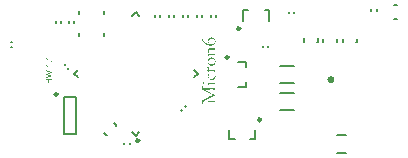
<source format=gto>
G04*
G04 #@! TF.GenerationSoftware,Altium Limited,Altium Designer,21.8.1 (53)*
G04*
G04 Layer_Color=65535*
%FSLAX24Y24*%
%MOIN*%
G70*
G04*
G04 #@! TF.SameCoordinates,95809A84-84CF-4DA7-BFB4-83C52BA3911F*
G04*
G04*
G04 #@! TF.FilePolarity,Positive*
G04*
G01*
G75*
%ADD10C,0.0098*%
%ADD11C,0.0039*%
%ADD12C,0.0236*%
%ADD13C,0.0079*%
G36*
X7478Y-1383D02*
X7487Y-1384D01*
X7498Y-1386D01*
X7510Y-1389D01*
X7522Y-1394D01*
X7535Y-1400D01*
X7537Y-1400D01*
X7541Y-1402D01*
X7547Y-1407D01*
X7554Y-1412D01*
X7563Y-1419D01*
X7573Y-1427D01*
X7581Y-1437D01*
X7589Y-1448D01*
X7590Y-1449D01*
X7592Y-1453D01*
X7596Y-1459D01*
X7599Y-1467D01*
X7603Y-1478D01*
X7607Y-1489D01*
X7609Y-1502D01*
X7610Y-1516D01*
Y-1521D01*
X7609Y-1526D01*
X7608Y-1533D01*
X7607Y-1541D01*
X7605Y-1550D01*
X7602Y-1559D01*
X7598Y-1569D01*
X7597Y-1570D01*
X7596Y-1573D01*
X7593Y-1578D01*
X7589Y-1584D01*
X7584Y-1591D01*
X7578Y-1599D01*
X7572Y-1607D01*
X7564Y-1615D01*
X7563Y-1615D01*
X7559Y-1618D01*
X7555Y-1621D01*
X7548Y-1626D01*
X7540Y-1631D01*
X7530Y-1636D01*
X7520Y-1642D01*
X7508Y-1646D01*
X7508D01*
X7507Y-1647D01*
X7503Y-1647D01*
X7496Y-1650D01*
X7488Y-1652D01*
X7477Y-1654D01*
X7465Y-1655D01*
X7453Y-1657D01*
X7439Y-1658D01*
X7438D01*
X7438D01*
X7435D01*
X7433D01*
X7425Y-1657D01*
X7415Y-1656D01*
X7403Y-1655D01*
X7390Y-1653D01*
X7375Y-1651D01*
X7360Y-1647D01*
X7360D01*
X7358Y-1647D01*
X7356Y-1646D01*
X7353Y-1645D01*
X7345Y-1642D01*
X7335Y-1639D01*
X7323Y-1634D01*
X7309Y-1627D01*
X7295Y-1619D01*
X7281Y-1610D01*
X7280D01*
X7279Y-1609D01*
X7277Y-1607D01*
X7274Y-1605D01*
X7267Y-1599D01*
X7257Y-1591D01*
X7246Y-1581D01*
X7234Y-1569D01*
X7222Y-1554D01*
X7209Y-1538D01*
X7209Y-1537D01*
X7208Y-1536D01*
X7207Y-1534D01*
X7204Y-1530D01*
X7201Y-1526D01*
X7198Y-1520D01*
X7194Y-1514D01*
X7190Y-1507D01*
X7186Y-1499D01*
X7182Y-1491D01*
X7173Y-1472D01*
X7164Y-1450D01*
X7156Y-1427D01*
X7168Y-1421D01*
Y-1422D01*
X7169Y-1424D01*
X7170Y-1427D01*
X7172Y-1430D01*
X7174Y-1435D01*
X7176Y-1440D01*
X7182Y-1453D01*
X7190Y-1467D01*
X7199Y-1483D01*
X7209Y-1498D01*
X7220Y-1513D01*
Y-1513D01*
X7222Y-1514D01*
X7225Y-1518D01*
X7232Y-1525D01*
X7241Y-1534D01*
X7250Y-1542D01*
X7262Y-1552D01*
X7274Y-1561D01*
X7287Y-1570D01*
X7288D01*
X7289Y-1571D01*
X7293Y-1574D01*
X7301Y-1577D01*
X7309Y-1582D01*
X7320Y-1587D01*
X7332Y-1591D01*
X7345Y-1596D01*
X7358Y-1600D01*
X7359D01*
X7360D01*
X7364Y-1602D01*
X7371Y-1603D01*
X7380Y-1604D01*
X7390Y-1606D01*
X7402Y-1607D01*
X7414Y-1608D01*
X7426Y-1609D01*
X7427D01*
X7428D01*
X7431D01*
X7435D01*
X7440Y-1608D01*
X7445D01*
X7458Y-1607D01*
X7472Y-1605D01*
X7488Y-1602D01*
X7503Y-1598D01*
X7519Y-1593D01*
X7519D01*
X7520Y-1592D01*
X7522Y-1591D01*
X7525Y-1590D01*
X7532Y-1586D01*
X7540Y-1581D01*
X7550Y-1575D01*
X7559Y-1568D01*
X7568Y-1560D01*
X7576Y-1551D01*
X7577Y-1550D01*
X7579Y-1547D01*
X7582Y-1542D01*
X7585Y-1535D01*
X7589Y-1528D01*
X7591Y-1520D01*
X7594Y-1511D01*
X7594Y-1502D01*
Y-1499D01*
X7594Y-1495D01*
X7593Y-1490D01*
X7591Y-1484D01*
X7590Y-1478D01*
X7587Y-1470D01*
X7583Y-1464D01*
X7583Y-1463D01*
X7581Y-1461D01*
X7578Y-1457D01*
X7575Y-1454D01*
X7570Y-1448D01*
X7564Y-1444D01*
X7557Y-1440D01*
X7549Y-1435D01*
X7548Y-1435D01*
X7545Y-1434D01*
X7540Y-1432D01*
X7534Y-1429D01*
X7527Y-1428D01*
X7517Y-1426D01*
X7507Y-1425D01*
X7496Y-1424D01*
X7495D01*
X7494D01*
X7490D01*
X7484Y-1425D01*
X7476Y-1426D01*
X7466Y-1427D01*
X7455Y-1430D01*
X7444Y-1433D01*
X7433Y-1437D01*
X7432Y-1438D01*
X7428Y-1440D01*
X7423Y-1443D01*
X7416Y-1447D01*
X7408Y-1452D01*
X7400Y-1458D01*
X7393Y-1464D01*
X7386Y-1472D01*
X7385Y-1473D01*
X7383Y-1476D01*
X7380Y-1480D01*
X7376Y-1486D01*
X7373Y-1493D01*
X7371Y-1500D01*
X7368Y-1509D01*
X7368Y-1518D01*
Y-1519D01*
X7368Y-1522D01*
X7369Y-1528D01*
X7371Y-1535D01*
X7374Y-1544D01*
X7379Y-1554D01*
X7386Y-1566D01*
X7395Y-1579D01*
X7379Y-1578D01*
Y-1577D01*
X7379Y-1577D01*
X7376Y-1572D01*
X7371Y-1566D01*
X7366Y-1558D01*
X7356Y-1542D01*
X7352Y-1534D01*
X7349Y-1528D01*
Y-1527D01*
X7347Y-1525D01*
X7347Y-1522D01*
X7345Y-1518D01*
X7344Y-1513D01*
X7343Y-1506D01*
X7341Y-1499D01*
Y-1486D01*
X7342Y-1481D01*
X7344Y-1474D01*
X7346Y-1466D01*
X7349Y-1457D01*
X7353Y-1448D01*
X7359Y-1438D01*
X7360Y-1437D01*
X7362Y-1434D01*
X7366Y-1429D01*
X7371Y-1424D01*
X7378Y-1417D01*
X7386Y-1411D01*
X7395Y-1403D01*
X7406Y-1397D01*
X7407Y-1397D01*
X7411Y-1395D01*
X7416Y-1392D01*
X7424Y-1389D01*
X7433Y-1387D01*
X7443Y-1384D01*
X7454Y-1383D01*
X7465Y-1382D01*
X7466D01*
X7467D01*
X7471D01*
X7478Y-1383D01*
D02*
G37*
G36*
X7605Y-1706D02*
X7604Y-1709D01*
X7603Y-1715D01*
X7602Y-1723D01*
X7602Y-1731D01*
X7601Y-1741D01*
X7600Y-1752D01*
Y-1776D01*
X7601Y-1784D01*
Y-1794D01*
X7602Y-1806D01*
X7603Y-1819D01*
X7605Y-1833D01*
X7594D01*
Y-1832D01*
X7593Y-1828D01*
X7591Y-1823D01*
X7590Y-1817D01*
X7587Y-1811D01*
X7584Y-1804D01*
X7580Y-1798D01*
X7575Y-1795D01*
X7575D01*
X7573Y-1794D01*
X7570Y-1793D01*
X7565Y-1793D01*
X7559Y-1791D01*
X7551Y-1790D01*
X7540Y-1789D01*
X7528Y-1788D01*
X7527D01*
X7527D01*
X7522Y-1787D01*
X7516D01*
X7508Y-1787D01*
X7498D01*
X7489Y-1786D01*
X7480D01*
X7472D01*
X7470D01*
X7467D01*
X7462D01*
X7454D01*
X7447Y-1787D01*
X7438Y-1787D01*
X7430Y-1788D01*
X7423Y-1789D01*
X7422D01*
X7419Y-1790D01*
X7416Y-1790D01*
X7411Y-1791D01*
X7400Y-1795D01*
X7395Y-1799D01*
X7390Y-1803D01*
X7389Y-1803D01*
X7387Y-1805D01*
X7385Y-1808D01*
X7382Y-1811D01*
X7380Y-1817D01*
X7378Y-1823D01*
X7376Y-1830D01*
X7376Y-1839D01*
Y-1844D01*
X7376Y-1847D01*
X7377Y-1852D01*
X7378Y-1857D01*
X7379Y-1864D01*
X7381Y-1872D01*
Y-1873D01*
X7382Y-1876D01*
X7383Y-1881D01*
X7385Y-1887D01*
X7387Y-1894D01*
X7391Y-1903D01*
X7395Y-1913D01*
X7400Y-1924D01*
X7491Y-1926D01*
X7492D01*
X7493D01*
X7496D01*
X7500D01*
X7505D01*
X7510D01*
X7522D01*
X7535Y-1925D01*
X7548D01*
X7559D01*
X7564Y-1924D01*
X7567D01*
X7569D01*
X7572Y-1924D01*
X7576Y-1923D01*
X7580Y-1922D01*
X7581Y-1921D01*
X7582Y-1919D01*
X7584Y-1916D01*
X7587Y-1910D01*
Y-1909D01*
X7588Y-1908D01*
Y-1905D01*
X7589Y-1903D01*
X7589Y-1898D01*
X7591Y-1893D01*
X7591Y-1887D01*
X7592Y-1879D01*
X7604Y-1880D01*
Y-1881D01*
X7603Y-1886D01*
Y-1892D01*
X7602Y-1902D01*
Y-1904D01*
X7602Y-1908D01*
Y-1911D01*
X7601Y-1916D01*
X7600Y-1923D01*
Y-1930D01*
X7599Y-1938D01*
Y-2013D01*
X7589D01*
Y-2012D01*
X7589Y-2010D01*
X7588Y-2006D01*
X7587Y-2002D01*
X7585Y-1994D01*
X7584Y-1990D01*
X7583Y-1986D01*
Y-1986D01*
X7582Y-1985D01*
X7581Y-1982D01*
X7578Y-1978D01*
X7574Y-1975D01*
X7573Y-1975D01*
X7570Y-1974D01*
X7566Y-1973D01*
X7561Y-1971D01*
X7560D01*
X7557Y-1970D01*
X7554D01*
X7548Y-1970D01*
X7542Y-1969D01*
X7534Y-1968D01*
X7525Y-1967D01*
X7516D01*
X7514D01*
X7511D01*
X7505Y-1967D01*
X7498D01*
X7490D01*
X7481Y-1966D01*
X7460D01*
X7459D01*
X7459D01*
X7457D01*
X7454D01*
X7447D01*
X7439D01*
X7430Y-1967D01*
X7421Y-1967D01*
X7414Y-1968D01*
X7407Y-1969D01*
X7406D01*
X7405Y-1970D01*
X7403Y-1970D01*
X7400Y-1971D01*
X7394Y-1975D01*
X7391Y-1977D01*
X7390Y-1980D01*
Y-1981D01*
X7389Y-1981D01*
X7388Y-1983D01*
X7387Y-1986D01*
X7386Y-1991D01*
X7384Y-1996D01*
X7384Y-2002D01*
X7382Y-2010D01*
X7382D01*
X7380D01*
X7376Y-2011D01*
Y-2010D01*
X7376Y-2008D01*
X7375Y-2005D01*
X7373Y-2001D01*
X7371Y-1995D01*
X7369Y-1989D01*
X7366Y-1981D01*
X7363Y-1973D01*
X7362Y-1972D01*
X7361Y-1969D01*
X7359Y-1965D01*
X7357Y-1960D01*
X7355Y-1956D01*
X7352Y-1951D01*
X7351Y-1949D01*
X7350Y-1947D01*
Y-1946D01*
X7349Y-1945D01*
X7347Y-1940D01*
X7344Y-1935D01*
X7343Y-1933D01*
Y-1931D01*
X7344Y-1929D01*
X7347Y-1927D01*
X7349Y-1926D01*
X7353Y-1925D01*
X7354D01*
X7355D01*
X7357Y-1924D01*
X7361D01*
X7365D01*
X7371Y-1924D01*
X7378D01*
X7386D01*
Y-1923D01*
X7385Y-1922D01*
X7382Y-1917D01*
X7379Y-1911D01*
X7374Y-1902D01*
X7369Y-1892D01*
X7364Y-1882D01*
X7360Y-1872D01*
X7356Y-1862D01*
X7355Y-1861D01*
X7355Y-1858D01*
X7353Y-1854D01*
X7351Y-1848D01*
X7349Y-1841D01*
X7348Y-1833D01*
X7347Y-1825D01*
X7347Y-1816D01*
Y-1811D01*
X7347Y-1805D01*
X7348Y-1798D01*
X7350Y-1790D01*
X7352Y-1782D01*
X7356Y-1774D01*
X7361Y-1768D01*
X7362Y-1767D01*
X7364Y-1766D01*
X7367Y-1763D01*
X7371Y-1760D01*
X7376Y-1756D01*
X7382Y-1753D01*
X7390Y-1751D01*
X7397Y-1749D01*
X7398D01*
X7400Y-1748D01*
X7405Y-1747D01*
X7411Y-1747D01*
X7419D01*
X7428Y-1746D01*
X7439Y-1745D01*
X7451D01*
X7532D01*
X7532D01*
X7534D01*
X7536D01*
X7539D01*
X7547D01*
X7556Y-1744D01*
X7566D01*
X7574Y-1743D01*
X7578D01*
X7581Y-1742D01*
X7583Y-1741D01*
X7584Y-1741D01*
X7585Y-1740D01*
X7586Y-1738D01*
X7587Y-1736D01*
X7588Y-1733D01*
X7589Y-1729D01*
X7591Y-1724D01*
Y-1723D01*
X7591Y-1722D01*
Y-1719D01*
X7592Y-1716D01*
X7594Y-1710D01*
Y-1707D01*
X7594Y-1706D01*
X7605Y-1705D01*
Y-1706D01*
D02*
G37*
G36*
X7486Y-2052D02*
X7494Y-2053D01*
X7505Y-2056D01*
X7516Y-2059D01*
X7528Y-2063D01*
X7540Y-2069D01*
X7541Y-2070D01*
X7545Y-2072D01*
X7551Y-2075D01*
X7558Y-2081D01*
X7566Y-2088D01*
X7574Y-2096D01*
X7583Y-2105D01*
X7590Y-2116D01*
X7591Y-2118D01*
X7593Y-2121D01*
X7596Y-2128D01*
X7599Y-2137D01*
X7602Y-2147D01*
X7605Y-2159D01*
X7607Y-2172D01*
X7608Y-2187D01*
Y-2192D01*
X7607Y-2199D01*
X7607Y-2206D01*
X7605Y-2215D01*
X7602Y-2226D01*
X7599Y-2238D01*
X7595Y-2250D01*
X7594Y-2251D01*
X7593Y-2255D01*
X7589Y-2261D01*
X7585Y-2269D01*
X7579Y-2277D01*
X7572Y-2286D01*
X7563Y-2295D01*
X7553Y-2304D01*
X7551Y-2304D01*
X7548Y-2307D01*
X7541Y-2310D01*
X7532Y-2314D01*
X7521Y-2318D01*
X7508Y-2322D01*
X7494Y-2325D01*
X7477Y-2325D01*
X7476D01*
X7472D01*
X7466Y-2325D01*
X7459Y-2324D01*
X7451Y-2322D01*
X7441Y-2321D01*
X7433Y-2318D01*
X7423Y-2314D01*
X7422Y-2314D01*
X7419Y-2312D01*
X7414Y-2310D01*
X7408Y-2306D01*
X7402Y-2302D01*
X7395Y-2297D01*
X7387Y-2291D01*
X7381Y-2285D01*
X7380Y-2284D01*
X7378Y-2281D01*
X7375Y-2277D01*
X7371Y-2271D01*
X7366Y-2265D01*
X7362Y-2257D01*
X7357Y-2249D01*
X7354Y-2239D01*
X7353Y-2238D01*
X7352Y-2235D01*
X7351Y-2229D01*
X7349Y-2223D01*
X7347Y-2214D01*
X7345Y-2204D01*
X7344Y-2194D01*
X7344Y-2183D01*
Y-2179D01*
X7344Y-2174D01*
X7345Y-2166D01*
X7346Y-2159D01*
X7348Y-2150D01*
X7350Y-2141D01*
X7354Y-2132D01*
X7355Y-2131D01*
X7356Y-2128D01*
X7358Y-2123D01*
X7361Y-2118D01*
X7365Y-2112D01*
X7370Y-2105D01*
X7375Y-2097D01*
X7382Y-2091D01*
X7382Y-2090D01*
X7384Y-2088D01*
X7388Y-2084D01*
X7393Y-2080D01*
X7399Y-2075D01*
X7406Y-2071D01*
X7414Y-2067D01*
X7422Y-2062D01*
X7423Y-2061D01*
X7427Y-2061D01*
X7431Y-2059D01*
X7438Y-2056D01*
X7445Y-2055D01*
X7454Y-2053D01*
X7463Y-2052D01*
X7473Y-2051D01*
X7474D01*
X7475D01*
X7479D01*
X7486Y-2052D01*
D02*
G37*
G36*
X7376Y-2354D02*
X7379Y-2355D01*
X7383Y-2356D01*
X7387Y-2357D01*
X7390Y-2360D01*
X7394Y-2364D01*
Y-2365D01*
X7395Y-2366D01*
X7397Y-2368D01*
X7398Y-2371D01*
X7401Y-2379D01*
X7403Y-2390D01*
X7403D01*
X7401D01*
X7397Y-2391D01*
X7391Y-2392D01*
X7386Y-2396D01*
X7385Y-2397D01*
X7382Y-2400D01*
X7380Y-2405D01*
X7379Y-2411D01*
Y-2413D01*
X7380Y-2415D01*
Y-2418D01*
X7383Y-2426D01*
X7384Y-2430D01*
X7387Y-2435D01*
Y-2436D01*
X7389Y-2438D01*
X7390Y-2441D01*
X7392Y-2444D01*
X7396Y-2450D01*
X7400Y-2457D01*
X7402Y-2458D01*
X7405Y-2461D01*
X7409Y-2465D01*
X7414Y-2467D01*
X7414D01*
X7416Y-2468D01*
X7418D01*
X7422D01*
X7425Y-2468D01*
X7431D01*
X7438D01*
X7438D01*
X7440D01*
X7443D01*
X7446D01*
X7456Y-2469D01*
X7467D01*
X7478Y-2470D01*
X7487D01*
X7492Y-2470D01*
X7494D01*
X7497D01*
X7498D01*
X7499D01*
X7501D01*
X7505D01*
X7509D01*
X7514D01*
X7520Y-2470D01*
X7533D01*
X7548Y-2469D01*
X7561Y-2468D01*
X7567Y-2467D01*
X7573Y-2466D01*
X7577Y-2465D01*
X7581Y-2464D01*
X7581Y-2463D01*
X7583Y-2462D01*
X7586Y-2460D01*
X7587Y-2457D01*
Y-2454D01*
X7588Y-2450D01*
Y-2444D01*
X7587Y-2435D01*
X7586Y-2395D01*
X7600D01*
Y-2406D01*
X7601Y-2411D01*
Y-2428D01*
X7602Y-2437D01*
Y-2444D01*
X7605Y-2553D01*
X7594D01*
Y-2552D01*
X7594Y-2550D01*
X7593Y-2547D01*
X7592Y-2543D01*
X7591Y-2535D01*
X7589Y-2532D01*
X7589Y-2530D01*
X7588Y-2528D01*
X7585Y-2526D01*
X7581Y-2522D01*
X7577Y-2520D01*
X7573Y-2519D01*
X7572D01*
X7570Y-2518D01*
X7567Y-2517D01*
X7563Y-2516D01*
X7557Y-2515D01*
X7551Y-2513D01*
X7543Y-2513D01*
X7535Y-2512D01*
X7533D01*
X7529Y-2511D01*
X7524D01*
X7516Y-2511D01*
X7505D01*
X7491Y-2510D01*
X7476D01*
X7457D01*
X7457D01*
X7456D01*
X7454D01*
X7451D01*
X7443D01*
X7435Y-2511D01*
X7426Y-2511D01*
X7417Y-2512D01*
X7409Y-2513D01*
X7403Y-2515D01*
X7403D01*
X7401Y-2516D01*
X7399Y-2517D01*
X7396Y-2519D01*
X7394Y-2522D01*
X7392Y-2526D01*
X7390Y-2531D01*
X7390Y-2537D01*
Y-2543D01*
X7390Y-2551D01*
X7392Y-2558D01*
X7382Y-2557D01*
X7330Y-2468D01*
X7330D01*
X7333D01*
X7338Y-2468D01*
X7345D01*
X7354D01*
X7363Y-2467D01*
X7375D01*
X7388D01*
X7368Y-2431D01*
X7367Y-2430D01*
X7366Y-2430D01*
X7364Y-2426D01*
Y-2425D01*
X7363Y-2424D01*
X7362Y-2421D01*
X7360Y-2418D01*
X7359Y-2417D01*
X7357Y-2414D01*
X7355Y-2409D01*
X7350Y-2401D01*
Y-2400D01*
X7349Y-2399D01*
X7346Y-2395D01*
X7342Y-2389D01*
X7338Y-2383D01*
X7339Y-2380D01*
Y-2379D01*
X7341Y-2379D01*
X7343Y-2375D01*
Y-2374D01*
X7344Y-2374D01*
X7346Y-2369D01*
X7349Y-2364D01*
X7354Y-2359D01*
X7355Y-2358D01*
X7358Y-2356D01*
X7363Y-2354D01*
X7371Y-2353D01*
X7372D01*
X7373D01*
X7376Y-2354D01*
D02*
G37*
G36*
X7370Y-2583D02*
X7373Y-2583D01*
X7376Y-2586D01*
X7379Y-2588D01*
X7384Y-2591D01*
X7385Y-2592D01*
X7387Y-2593D01*
X7391Y-2597D01*
X7396Y-2602D01*
X7398Y-2605D01*
X7398Y-2607D01*
Y-2608D01*
X7398Y-2610D01*
X7396Y-2614D01*
X7395Y-2615D01*
X7394Y-2618D01*
X7391Y-2624D01*
X7387Y-2631D01*
Y-2632D01*
X7386Y-2632D01*
X7384Y-2637D01*
X7382Y-2644D01*
X7379Y-2653D01*
X7376Y-2662D01*
X7373Y-2672D01*
X7372Y-2683D01*
X7371Y-2692D01*
Y-2698D01*
X7373Y-2704D01*
X7374Y-2711D01*
X7377Y-2720D01*
X7381Y-2729D01*
X7387Y-2737D01*
X7394Y-2744D01*
X7395Y-2745D01*
X7398Y-2747D01*
X7403Y-2749D01*
X7411Y-2752D01*
X7420Y-2756D01*
X7432Y-2758D01*
X7446Y-2760D01*
X7462Y-2761D01*
X7462D01*
X7463D01*
X7465D01*
X7468D01*
X7476Y-2760D01*
X7486Y-2758D01*
X7497Y-2756D01*
X7508Y-2753D01*
X7520Y-2749D01*
X7531Y-2743D01*
X7532Y-2742D01*
X7535Y-2740D01*
X7540Y-2736D01*
X7547Y-2731D01*
X7554Y-2725D01*
X7560Y-2718D01*
X7567Y-2709D01*
X7573Y-2700D01*
X7573Y-2699D01*
X7575Y-2696D01*
X7576Y-2691D01*
X7578Y-2685D01*
X7581Y-2678D01*
X7583Y-2669D01*
X7584Y-2661D01*
X7585Y-2653D01*
Y-2647D01*
X7584Y-2643D01*
X7583Y-2632D01*
X7579Y-2621D01*
Y-2620D01*
X7578Y-2618D01*
X7577Y-2615D01*
X7575Y-2610D01*
X7573Y-2606D01*
X7570Y-2600D01*
X7562Y-2588D01*
X7573Y-2583D01*
X7573Y-2583D01*
X7574Y-2585D01*
X7576Y-2587D01*
X7578Y-2591D01*
X7581Y-2595D01*
X7584Y-2600D01*
X7591Y-2612D01*
X7598Y-2626D01*
X7604Y-2642D01*
X7608Y-2659D01*
X7609Y-2667D01*
X7610Y-2676D01*
Y-2681D01*
X7609Y-2686D01*
X7608Y-2694D01*
X7607Y-2702D01*
X7605Y-2712D01*
X7602Y-2723D01*
X7599Y-2734D01*
X7598Y-2735D01*
X7597Y-2739D01*
X7594Y-2744D01*
X7591Y-2750D01*
X7586Y-2758D01*
X7581Y-2765D01*
X7575Y-2773D01*
X7569Y-2780D01*
X7568Y-2780D01*
X7567Y-2781D01*
X7564Y-2783D01*
X7560Y-2785D01*
X7555Y-2788D01*
X7549Y-2790D01*
X7542Y-2793D01*
X7534Y-2796D01*
X7533D01*
X7530Y-2796D01*
X7526Y-2797D01*
X7520Y-2799D01*
X7513Y-2799D01*
X7506Y-2801D01*
X7490Y-2801D01*
X7489D01*
X7488D01*
X7486D01*
X7483Y-2801D01*
X7475Y-2800D01*
X7465Y-2799D01*
X7453Y-2796D01*
X7440Y-2792D01*
X7426Y-2786D01*
X7413Y-2779D01*
X7412D01*
X7411Y-2778D01*
X7407Y-2774D01*
X7400Y-2770D01*
X7393Y-2764D01*
X7384Y-2756D01*
X7375Y-2746D01*
X7366Y-2735D01*
X7358Y-2723D01*
Y-2723D01*
X7357Y-2722D01*
X7355Y-2718D01*
X7352Y-2711D01*
X7348Y-2703D01*
X7345Y-2694D01*
X7341Y-2683D01*
X7339Y-2672D01*
X7338Y-2661D01*
Y-2658D01*
X7339Y-2653D01*
X7340Y-2648D01*
X7341Y-2641D01*
X7343Y-2633D01*
X7345Y-2624D01*
X7349Y-2613D01*
Y-2612D01*
X7349Y-2611D01*
X7350Y-2608D01*
X7352Y-2602D01*
X7355Y-2597D01*
X7357Y-2591D01*
X7360Y-2586D01*
X7363Y-2583D01*
X7365Y-2581D01*
X7367D01*
X7368D01*
X7370Y-2583D01*
D02*
G37*
G36*
X7606Y-2976D02*
X7596Y-2976D01*
Y-2974D01*
X7595Y-2971D01*
X7594Y-2966D01*
X7594Y-2960D01*
X7592Y-2955D01*
X7591Y-2949D01*
X7589Y-2945D01*
X7586Y-2943D01*
X7585D01*
X7583Y-2942D01*
X7581D01*
X7578Y-2941D01*
X7574Y-2941D01*
X7569D01*
X7562Y-2940D01*
X7561D01*
X7558D01*
X7554Y-2939D01*
X7547D01*
X7540Y-2938D01*
X7532D01*
X7521Y-2938D01*
X7511D01*
X7510D01*
X7506D01*
X7502Y-2937D01*
X7496D01*
X7490D01*
X7484Y-2936D01*
X7480D01*
X7478D01*
X7477D01*
X7476D01*
X7473D01*
X7470D01*
X7462D01*
X7451D01*
X7441Y-2937D01*
X7431D01*
X7422Y-2938D01*
X7419D01*
X7416Y-2938D01*
X7415D01*
X7414D01*
X7411Y-2939D01*
X7408Y-2940D01*
X7402Y-2941D01*
X7399Y-2943D01*
X7397Y-2944D01*
X7396Y-2945D01*
X7395Y-2947D01*
X7395Y-2949D01*
Y-2952D01*
X7394Y-2956D01*
X7393Y-2961D01*
Y-2962D01*
X7392Y-2963D01*
X7392Y-2968D01*
X7390Y-2974D01*
X7390Y-2976D01*
X7389Y-2976D01*
X7388D01*
X7386Y-2976D01*
X7383Y-2974D01*
X7382Y-2971D01*
Y-2970D01*
X7381Y-2968D01*
X7380Y-2967D01*
X7379Y-2964D01*
X7376Y-2956D01*
X7371Y-2946D01*
X7365Y-2933D01*
X7357Y-2920D01*
X7348Y-2906D01*
X7337Y-2891D01*
Y-2890D01*
X7338Y-2887D01*
X7338Y-2885D01*
X7339D01*
X7341Y-2885D01*
X7344Y-2886D01*
X7349Y-2887D01*
X7355Y-2887D01*
X7362Y-2888D01*
X7370Y-2890D01*
X7379Y-2890D01*
X7381D01*
X7384D01*
X7390Y-2891D01*
X7397Y-2892D01*
X7405Y-2893D01*
X7414D01*
X7425Y-2893D01*
X7436Y-2894D01*
X7438D01*
X7441D01*
X7446Y-2895D01*
X7454D01*
X7462D01*
X7470Y-2895D01*
X7488D01*
X7489D01*
X7491D01*
X7495D01*
X7500D01*
X7507D01*
X7516D01*
X7525Y-2895D01*
X7537D01*
X7538D01*
X7542D01*
X7547Y-2894D01*
X7554Y-2893D01*
X7568Y-2893D01*
X7574Y-2891D01*
X7579Y-2890D01*
X7580Y-2890D01*
X7583Y-2888D01*
X7585Y-2886D01*
X7587Y-2884D01*
Y-2883D01*
X7588Y-2880D01*
X7589Y-2875D01*
X7590Y-2868D01*
Y-2860D01*
X7591Y-2852D01*
X7591Y-2844D01*
X7602Y-2839D01*
X7606Y-2976D01*
D02*
G37*
G36*
X7206Y-2874D02*
X7212Y-2877D01*
X7218Y-2881D01*
X7220Y-2882D01*
X7222Y-2886D01*
X7224Y-2892D01*
X7225Y-2900D01*
Y-2901D01*
X7225Y-2906D01*
X7223Y-2912D01*
X7218Y-2918D01*
X7217D01*
X7217Y-2920D01*
X7213Y-2922D01*
X7207Y-2924D01*
X7199Y-2925D01*
X7199D01*
X7197D01*
X7193Y-2925D01*
X7186Y-2922D01*
X7180Y-2918D01*
X7180Y-2917D01*
X7179Y-2917D01*
X7176Y-2913D01*
X7174Y-2907D01*
X7172Y-2903D01*
Y-2898D01*
X7173Y-2893D01*
X7176Y-2887D01*
X7177Y-2885D01*
X7180Y-2882D01*
Y-2881D01*
X7182Y-2880D01*
X7185Y-2877D01*
X7192Y-2875D01*
X7196Y-2874D01*
X7199D01*
X7200D01*
X7201D01*
X7206Y-2874D01*
D02*
G37*
G36*
X7601Y-3070D02*
X7602Y-3115D01*
Y-3128D01*
X7602Y-3137D01*
Y-3147D01*
X7603Y-3158D01*
X7604Y-3169D01*
X7605Y-3180D01*
X7592D01*
Y-3178D01*
X7591Y-3175D01*
X7590Y-3170D01*
X7588Y-3164D01*
X7583Y-3151D01*
X7581Y-3145D01*
X7578Y-3140D01*
X7577Y-3139D01*
X7576Y-3138D01*
X7574Y-3135D01*
X7571Y-3133D01*
X7567Y-3130D01*
X7562Y-3127D01*
X7556Y-3124D01*
X7550Y-3122D01*
X7549D01*
X7546Y-3121D01*
X7541Y-3120D01*
X7535Y-3119D01*
X7526Y-3118D01*
X7516Y-3117D01*
X7503Y-3116D01*
X7489D01*
X7487D01*
X7484D01*
X7480D01*
X7474D01*
X7468D01*
X7460D01*
X7454D01*
X7447D01*
X7355Y-3119D01*
X7355D01*
X7352D01*
X7349D01*
X7345Y-3120D01*
X7340D01*
X7334D01*
X7327Y-3121D01*
X7320Y-3121D01*
X7303Y-3122D01*
X7285Y-3124D01*
X7265Y-3126D01*
X7246Y-3128D01*
X7247Y-3129D01*
X7250Y-3130D01*
X7255Y-3132D01*
X7261Y-3136D01*
X7269Y-3140D01*
X7279Y-3146D01*
X7292Y-3153D01*
X7306Y-3160D01*
X7306D01*
X7307Y-3161D01*
X7309Y-3162D01*
X7312Y-3164D01*
X7320Y-3167D01*
X7330Y-3173D01*
X7341Y-3179D01*
X7353Y-3186D01*
X7379Y-3199D01*
X7381Y-3200D01*
X7385Y-3202D01*
X7392Y-3206D01*
X7400Y-3210D01*
X7410Y-3216D01*
X7421Y-3221D01*
X7445Y-3234D01*
X7446Y-3234D01*
X7450Y-3237D01*
X7457Y-3240D01*
X7464Y-3243D01*
X7473Y-3248D01*
X7481Y-3252D01*
X7491Y-3256D01*
X7500Y-3261D01*
X7500D01*
X7502Y-3261D01*
X7504Y-3263D01*
X7507Y-3264D01*
X7516Y-3268D01*
X7525Y-3272D01*
X7536Y-3277D01*
X7547Y-3282D01*
X7556Y-3286D01*
X7564Y-3290D01*
X7564D01*
X7567Y-3291D01*
X7570Y-3292D01*
X7575Y-3294D01*
X7580Y-3296D01*
X7586Y-3299D01*
X7593Y-3301D01*
X7601Y-3304D01*
X7602Y-3314D01*
X7601Y-3315D01*
X7598Y-3315D01*
X7592Y-3318D01*
X7585Y-3320D01*
X7577Y-3323D01*
X7567Y-3326D01*
X7556Y-3330D01*
X7544Y-3334D01*
X7543D01*
X7543Y-3335D01*
X7538Y-3337D01*
X7532Y-3339D01*
X7523Y-3343D01*
X7512Y-3347D01*
X7499Y-3353D01*
X7485Y-3360D01*
X7470Y-3368D01*
X7469Y-3369D01*
X7466Y-3370D01*
X7461Y-3372D01*
X7454Y-3376D01*
X7446Y-3380D01*
X7435Y-3386D01*
X7424Y-3392D01*
X7410Y-3399D01*
X7395Y-3407D01*
X7378Y-3416D01*
X7360Y-3426D01*
X7339Y-3436D01*
X7318Y-3448D01*
X7295Y-3460D01*
X7270Y-3473D01*
X7244Y-3486D01*
X7245D01*
X7247D01*
X7250Y-3487D01*
X7255D01*
X7260Y-3487D01*
X7267Y-3488D01*
X7274Y-3489D01*
X7283Y-3490D01*
X7293Y-3490D01*
X7303Y-3491D01*
X7314Y-3493D01*
X7326Y-3493D01*
X7352Y-3495D01*
X7380Y-3498D01*
X7381D01*
X7384D01*
X7388Y-3498D01*
X7393D01*
X7400Y-3499D01*
X7409D01*
X7419Y-3500D01*
X7430D01*
X7441Y-3501D01*
X7454Y-3501D01*
X7468D01*
X7481Y-3502D01*
X7511Y-3503D01*
X7543D01*
X7545D01*
X7548D01*
X7552Y-3502D01*
X7558Y-3501D01*
X7564Y-3500D01*
X7570Y-3498D01*
X7576Y-3495D01*
X7581Y-3492D01*
X7581Y-3491D01*
X7582Y-3490D01*
X7584Y-3486D01*
X7586Y-3481D01*
X7589Y-3474D01*
X7591Y-3466D01*
X7593Y-3454D01*
X7594Y-3440D01*
X7606Y-3441D01*
Y-3442D01*
X7605Y-3444D01*
Y-3450D01*
X7605Y-3455D01*
Y-3463D01*
X7604Y-3471D01*
Y-3539D01*
X7605Y-3544D01*
Y-3575D01*
X7605Y-3583D01*
Y-3589D01*
X7606Y-3594D01*
Y-3598D01*
X7597Y-3598D01*
Y-3596D01*
X7595Y-3592D01*
X7594Y-3587D01*
X7592Y-3579D01*
X7587Y-3564D01*
X7583Y-3557D01*
X7580Y-3552D01*
X7579Y-3551D01*
X7578Y-3549D01*
X7575Y-3547D01*
X7571Y-3544D01*
X7567Y-3541D01*
X7562Y-3538D01*
X7555Y-3536D01*
X7548Y-3534D01*
X7547D01*
X7543Y-3533D01*
X7538Y-3533D01*
X7531Y-3531D01*
X7521Y-3530D01*
X7508Y-3528D01*
X7500Y-3528D01*
X7492Y-3527D01*
X7483Y-3526D01*
X7473Y-3525D01*
X7295Y-3516D01*
X7294D01*
X7291Y-3515D01*
X7287D01*
X7282Y-3514D01*
X7271Y-3514D01*
X7266D01*
X7262D01*
X7261D01*
X7260D01*
X7256D01*
X7250Y-3514D01*
X7242Y-3515D01*
X7234Y-3516D01*
X7225Y-3517D01*
X7217Y-3520D01*
X7210Y-3523D01*
X7209Y-3524D01*
X7207Y-3525D01*
X7204Y-3527D01*
X7200Y-3530D01*
X7196Y-3533D01*
X7192Y-3538D01*
X7189Y-3543D01*
X7186Y-3549D01*
Y-3549D01*
X7185Y-3552D01*
X7184Y-3555D01*
X7182Y-3560D01*
X7181Y-3567D01*
X7180Y-3575D01*
X7178Y-3584D01*
X7177Y-3594D01*
X7164Y-3593D01*
Y-3585D01*
X7164Y-3581D01*
Y-3576D01*
X7165Y-3573D01*
Y-3556D01*
X7166Y-3552D01*
Y-3548D01*
X7166Y-3538D01*
X7167Y-3526D01*
Y-3517D01*
X7168Y-3511D01*
Y-3493D01*
X7167Y-3490D01*
Y-3481D01*
X7166Y-3478D01*
Y-3466D01*
X7168Y-3465D01*
X7172Y-3463D01*
X7177Y-3461D01*
X7185Y-3458D01*
X7193Y-3455D01*
X7201Y-3452D01*
X7210Y-3449D01*
X7218Y-3445D01*
X7219Y-3444D01*
X7222Y-3444D01*
X7228Y-3441D01*
X7235Y-3437D01*
X7245Y-3433D01*
X7258Y-3426D01*
X7273Y-3419D01*
X7282Y-3415D01*
X7291Y-3409D01*
X7292D01*
X7293Y-3408D01*
X7296Y-3407D01*
X7300Y-3405D01*
X7304Y-3402D01*
X7310Y-3399D01*
X7323Y-3393D01*
X7338Y-3385D01*
X7355Y-3376D01*
X7372Y-3367D01*
X7390Y-3358D01*
X7391D01*
X7392Y-3356D01*
X7395Y-3355D01*
X7398Y-3353D01*
X7403Y-3350D01*
X7408Y-3347D01*
X7415Y-3344D01*
X7422Y-3340D01*
X7430Y-3336D01*
X7439Y-3331D01*
X7449Y-3326D01*
X7459Y-3320D01*
X7482Y-3308D01*
X7508Y-3294D01*
X7506Y-3294D01*
X7503Y-3291D01*
X7500Y-3290D01*
X7496Y-3288D01*
X7492Y-3285D01*
X7486Y-3282D01*
X7481Y-3279D01*
X7474Y-3275D01*
X7466Y-3271D01*
X7458Y-3267D01*
X7449Y-3261D01*
X7438Y-3256D01*
X7427Y-3250D01*
X7415Y-3244D01*
X7414Y-3243D01*
X7412Y-3242D01*
X7410Y-3241D01*
X7407Y-3240D01*
X7403Y-3238D01*
X7399Y-3235D01*
X7394Y-3233D01*
X7387Y-3229D01*
X7380Y-3226D01*
X7372Y-3221D01*
X7363Y-3216D01*
X7352Y-3210D01*
X7339Y-3204D01*
X7325Y-3197D01*
X7325Y-3196D01*
X7322Y-3195D01*
X7318Y-3193D01*
X7313Y-3190D01*
X7306Y-3186D01*
X7299Y-3183D01*
X7283Y-3174D01*
X7265Y-3164D01*
X7247Y-3155D01*
X7231Y-3146D01*
X7223Y-3143D01*
X7217Y-3139D01*
X7216D01*
X7215Y-3138D01*
X7212Y-3136D01*
X7206Y-3133D01*
X7199Y-3129D01*
X7190Y-3125D01*
X7182Y-3121D01*
X7173Y-3117D01*
X7166Y-3113D01*
Y-3097D01*
X7166Y-3088D01*
Y-3027D01*
X7166Y-3021D01*
Y-3014D01*
X7178Y-3015D01*
Y-3016D01*
X7179Y-3019D01*
X7180Y-3024D01*
X7180Y-3030D01*
X7182Y-3042D01*
X7184Y-3047D01*
X7185Y-3052D01*
Y-3053D01*
X7186Y-3054D01*
X7188Y-3058D01*
X7193Y-3064D01*
X7199Y-3069D01*
X7200D01*
X7201Y-3070D01*
X7204Y-3071D01*
X7207Y-3072D01*
X7211Y-3073D01*
X7216Y-3075D01*
X7222Y-3076D01*
X7228Y-3076D01*
X7229D01*
X7232D01*
X7236Y-3077D01*
X7244D01*
X7252D01*
X7263D01*
X7277D01*
X7294D01*
X7389Y-3076D01*
X7390D01*
X7394Y-3075D01*
X7399D01*
X7405D01*
X7406D01*
X7410D01*
X7416D01*
X7425D01*
X7425D01*
X7427D01*
X7429D01*
X7433Y-3074D01*
X7437D01*
X7442D01*
X7449Y-3073D01*
X7455D01*
X7456D01*
X7458D01*
X7462D01*
X7468Y-3073D01*
X7474D01*
X7482Y-3072D01*
X7491D01*
X7501Y-3071D01*
X7503D01*
X7506D01*
X7512Y-3070D01*
X7519D01*
X7527Y-3070D01*
X7535Y-3069D01*
X7543Y-3068D01*
X7549Y-3068D01*
X7550D01*
X7552Y-3067D01*
X7555D01*
X7559Y-3065D01*
X7567Y-3063D01*
X7575Y-3059D01*
X7576Y-3057D01*
X7579Y-3054D01*
X7583Y-3049D01*
X7586Y-3042D01*
Y-3041D01*
X7587Y-3040D01*
Y-3038D01*
X7588Y-3034D01*
X7589Y-3030D01*
Y-3025D01*
X7589Y-3018D01*
Y-3011D01*
X7602D01*
X7601Y-3070D01*
D02*
G37*
G36*
X2144Y-2078D02*
X1987D01*
X1987Y-2078D01*
X1988Y-2080D01*
X1990Y-2081D01*
X1992Y-2084D01*
X1995Y-2088D01*
X1998Y-2092D01*
X2001Y-2096D01*
X2004Y-2102D01*
Y-2102D01*
X2004Y-2102D01*
X2005Y-2104D01*
X2007Y-2107D01*
X2009Y-2110D01*
X2011Y-2114D01*
X2013Y-2119D01*
X2015Y-2123D01*
X2016Y-2127D01*
X1993D01*
Y-2127D01*
X1992Y-2127D01*
X1992Y-2125D01*
X1991Y-2124D01*
X1990Y-2122D01*
X1989Y-2120D01*
X1986Y-2115D01*
X1983Y-2109D01*
X1979Y-2104D01*
X1974Y-2097D01*
X1969Y-2091D01*
X1969Y-2091D01*
X1968Y-2091D01*
X1968Y-2090D01*
X1967Y-2089D01*
X1964Y-2086D01*
X1960Y-2083D01*
X1956Y-2079D01*
X1952Y-2075D01*
X1947Y-2072D01*
X1942Y-2069D01*
Y-2053D01*
X2144D01*
Y-2078D01*
D02*
G37*
G36*
Y-2211D02*
X2116D01*
Y-2182D01*
X2144D01*
Y-2211D01*
D02*
G37*
G36*
Y-2313D02*
X1987D01*
X1987Y-2313D01*
X1988Y-2315D01*
X1990Y-2316D01*
X1992Y-2319D01*
X1995Y-2322D01*
X1998Y-2326D01*
X2001Y-2331D01*
X2004Y-2336D01*
Y-2337D01*
X2004Y-2337D01*
X2005Y-2339D01*
X2007Y-2342D01*
X2009Y-2345D01*
X2011Y-2349D01*
X2013Y-2354D01*
X2015Y-2358D01*
X2016Y-2362D01*
X1993D01*
Y-2362D01*
X1992Y-2361D01*
X1992Y-2360D01*
X1991Y-2359D01*
X1990Y-2357D01*
X1989Y-2355D01*
X1986Y-2350D01*
X1983Y-2344D01*
X1979Y-2338D01*
X1974Y-2332D01*
X1969Y-2326D01*
X1969Y-2326D01*
X1968Y-2326D01*
X1968Y-2325D01*
X1967Y-2324D01*
X1964Y-2321D01*
X1960Y-2317D01*
X1956Y-2314D01*
X1952Y-2310D01*
X1947Y-2307D01*
X1942Y-2304D01*
Y-2288D01*
X2144D01*
Y-2313D01*
D02*
G37*
G36*
Y-2530D02*
Y-2556D01*
X1991Y-2598D01*
X1991D01*
X1990Y-2598D01*
X1989Y-2599D01*
X1988Y-2599D01*
X1984Y-2600D01*
X1981Y-2601D01*
X1977Y-2602D01*
X1973Y-2603D01*
X1970Y-2604D01*
X1968Y-2604D01*
X1967Y-2604D01*
X1968D01*
X1968Y-2605D01*
X1970Y-2605D01*
X1972Y-2606D01*
X1975Y-2606D01*
X1979Y-2607D01*
X1983Y-2608D01*
X1987Y-2609D01*
X1991Y-2611D01*
X2144Y-2653D01*
Y-2681D01*
X1943Y-2734D01*
Y-2706D01*
X2075Y-2676D01*
X2075D01*
X2076Y-2676D01*
X2077Y-2675D01*
X2078Y-2675D01*
X2080Y-2675D01*
X2083Y-2674D01*
X2085Y-2674D01*
X2088Y-2673D01*
X2094Y-2672D01*
X2101Y-2670D01*
X2109Y-2669D01*
X2116Y-2667D01*
X2116D01*
X2115Y-2667D01*
X2113Y-2666D01*
X2111Y-2666D01*
X2109Y-2666D01*
X2106Y-2665D01*
X2099Y-2663D01*
X2093Y-2661D01*
X2090Y-2661D01*
X2087Y-2660D01*
X2084Y-2659D01*
X2082Y-2659D01*
X2080Y-2658D01*
X2079Y-2658D01*
X1943Y-2620D01*
Y-2588D01*
X2045Y-2559D01*
X2045D01*
X2047Y-2558D01*
X2049Y-2558D01*
X2051Y-2557D01*
X2055Y-2556D01*
X2059Y-2555D01*
X2063Y-2554D01*
X2068Y-2553D01*
X2074Y-2551D01*
X2079Y-2550D01*
X2091Y-2548D01*
X2103Y-2545D01*
X2116Y-2543D01*
X2116D01*
X2115Y-2543D01*
X2114D01*
X2113Y-2542D01*
X2111Y-2542D01*
X2109Y-2541D01*
X2106Y-2541D01*
X2103Y-2540D01*
X2097Y-2539D01*
X2090Y-2537D01*
X2081Y-2535D01*
X2072Y-2533D01*
X1943Y-2501D01*
Y-2474D01*
X2144Y-2530D01*
D02*
G37*
G36*
Y-2786D02*
X2049D01*
Y-2890D01*
X2144D01*
Y-2917D01*
X1943D01*
Y-2890D01*
X2025D01*
Y-2786D01*
X1943D01*
Y-2760D01*
X2144D01*
Y-2786D01*
D02*
G37*
%LPC*%
G36*
X7488Y-2097D02*
X7487D01*
X7486D01*
X7483D01*
X7476Y-2098D01*
X7468Y-2099D01*
X7459Y-2101D01*
X7449Y-2103D01*
X7438Y-2107D01*
X7427Y-2111D01*
X7426Y-2112D01*
X7422Y-2113D01*
X7417Y-2116D01*
X7410Y-2121D01*
X7403Y-2126D01*
X7395Y-2132D01*
X7387Y-2140D01*
X7379Y-2148D01*
X7379Y-2149D01*
X7376Y-2153D01*
X7373Y-2157D01*
X7370Y-2164D01*
X7366Y-2172D01*
X7363Y-2180D01*
X7361Y-2190D01*
X7360Y-2201D01*
Y-2204D01*
X7361Y-2209D01*
X7362Y-2215D01*
X7363Y-2221D01*
X7366Y-2228D01*
X7369Y-2235D01*
X7373Y-2242D01*
X7374Y-2243D01*
X7376Y-2245D01*
X7379Y-2249D01*
X7382Y-2253D01*
X7387Y-2257D01*
X7393Y-2262D01*
X7400Y-2266D01*
X7408Y-2271D01*
X7409Y-2271D01*
X7412Y-2272D01*
X7417Y-2274D01*
X7423Y-2276D01*
X7430Y-2278D01*
X7439Y-2279D01*
X7449Y-2280D01*
X7459Y-2281D01*
X7460D01*
X7464D01*
X7470Y-2280D01*
X7478Y-2279D01*
X7488Y-2278D01*
X7498Y-2276D01*
X7510Y-2273D01*
X7521Y-2269D01*
X7523Y-2268D01*
X7527Y-2266D01*
X7532Y-2263D01*
X7540Y-2260D01*
X7548Y-2255D01*
X7556Y-2249D01*
X7565Y-2242D01*
X7573Y-2234D01*
X7574Y-2233D01*
X7576Y-2230D01*
X7580Y-2225D01*
X7583Y-2219D01*
X7586Y-2211D01*
X7590Y-2203D01*
X7592Y-2193D01*
X7593Y-2183D01*
Y-2180D01*
X7592Y-2174D01*
X7591Y-2169D01*
X7590Y-2163D01*
X7587Y-2156D01*
X7584Y-2148D01*
X7580Y-2140D01*
X7579Y-2140D01*
X7578Y-2137D01*
X7575Y-2134D01*
X7570Y-2129D01*
X7565Y-2124D01*
X7559Y-2118D01*
X7551Y-2113D01*
X7543Y-2109D01*
X7541Y-2108D01*
X7538Y-2107D01*
X7533Y-2105D01*
X7527Y-2103D01*
X7519Y-2101D01*
X7509Y-2099D01*
X7499Y-2098D01*
X7488Y-2097D01*
D02*
G37*
%LPD*%
D10*
X5058Y-4817D02*
G03*
X5058Y-4817I-49J0D01*
G01*
X9124Y-4124D02*
G03*
X9124Y-4124I-49J0D01*
G01*
X8041Y-2047D02*
G03*
X8041Y-2047I-49J0D01*
G01*
X8425Y-1083D02*
G03*
X8425Y-1083I-49J0D01*
G01*
X2343Y-3278D02*
G03*
X2343Y-3278I-49J0D01*
G01*
D11*
X3081Y-1495D02*
G03*
X3081Y-1495I-20J0D01*
G01*
X1230Y-1766D02*
G03*
X1230Y-1766I-20J0D01*
G01*
D12*
X11453Y-2789D02*
G03*
X11453Y-2789I-4J0D01*
G01*
D13*
X6893Y-2480D02*
X7011Y-2598D01*
X6893Y-2717D02*
X7011Y-2598D01*
X4951Y-538D02*
X5069Y-657D01*
X4832D02*
X4951Y-538D01*
X2891Y-2598D02*
X3009Y-2480D01*
X2891Y-2598D02*
X3009Y-2717D01*
X4832Y-4540D02*
X4951Y-4658D01*
X5069Y-4540D01*
X11014Y-1535D02*
Y-1417D01*
X11004Y-1535D02*
X11014D01*
X10541D02*
Y-1417D01*
Y-1535D02*
X10551D01*
X13668Y-767D02*
Y-757D01*
X13550Y-767D02*
X13668D01*
Y-305D02*
Y-295D01*
X13550D02*
X13668D01*
X12313Y-1537D02*
Y-1419D01*
X12303Y-1537D02*
X12313D01*
X11841D02*
Y-1419D01*
Y-1537D02*
X11851D01*
X11191D02*
X11201D01*
X11191D02*
Y-1419D01*
X11654Y-1537D02*
X11663D01*
Y-1419D01*
X4220Y-4231D02*
X4304Y-4314D01*
X4297Y-4321D02*
X4304Y-4314D01*
X3886Y-4565D02*
X3970Y-4648D01*
X3977Y-4642D01*
X8071Y-4754D02*
X8248D01*
X8071D02*
Y-4478D01*
X8760Y-4754D02*
X8937D01*
Y-4478D01*
X8622Y-3051D02*
Y-2874D01*
X8346Y-3051D02*
X8622D01*
Y-2362D02*
Y-2185D01*
X8346D02*
X8622D01*
X8533Y-846D02*
Y-453D01*
X8691D01*
X9400Y-846D02*
Y-453D01*
X9242D02*
X9400D01*
X2549Y-3376D02*
X2943D01*
X2549Y-4596D02*
X2943D01*
X2549D02*
Y-3376D01*
X2943Y-4596D02*
Y-3376D01*
X6695Y-689D02*
Y-650D01*
X6521Y-689D02*
Y-650D01*
X7165Y-689D02*
Y-650D01*
X6992Y-689D02*
Y-650D01*
X9373Y-1713D02*
Y-1673D01*
X9200Y-1713D02*
Y-1673D01*
X4742Y-4941D02*
Y-4902D01*
X4569Y-4941D02*
Y-4902D01*
X7463Y-689D02*
Y-650D01*
X7636Y-689D02*
Y-650D01*
X12977Y-488D02*
Y-448D01*
X12804Y-488D02*
Y-448D01*
X10215Y-581D02*
Y-541D01*
X10042Y-581D02*
Y-541D01*
X3061Y-1338D02*
Y-1239D01*
Y-609D02*
Y-511D01*
X3888Y-1338D02*
Y-1239D01*
Y-609D02*
Y-511D01*
X5753Y-689D02*
Y-650D01*
X5580Y-689D02*
Y-650D01*
X787Y-1701D02*
X827D01*
X787Y-1528D02*
X827D01*
X2468Y-886D02*
Y-846D01*
X2295Y-886D02*
Y-846D01*
X11644Y-4646D02*
X11959D01*
X11644Y-5236D02*
X11959D01*
X6583Y-3671D02*
X6611Y-3699D01*
X6460Y-3793D02*
X6488Y-3821D01*
X2709Y-886D02*
Y-846D01*
X2882Y-886D02*
Y-846D01*
X6224Y-689D02*
Y-650D01*
X6051Y-689D02*
Y-650D01*
X2705Y-2418D02*
X2733Y-2390D01*
X2582Y-2295D02*
X2610Y-2267D01*
X9754Y-3219D02*
X10226D01*
X9754Y-3789D02*
X10226D01*
X9754Y-2894D02*
X10226D01*
X9754Y-2323D02*
X10226D01*
M02*

</source>
